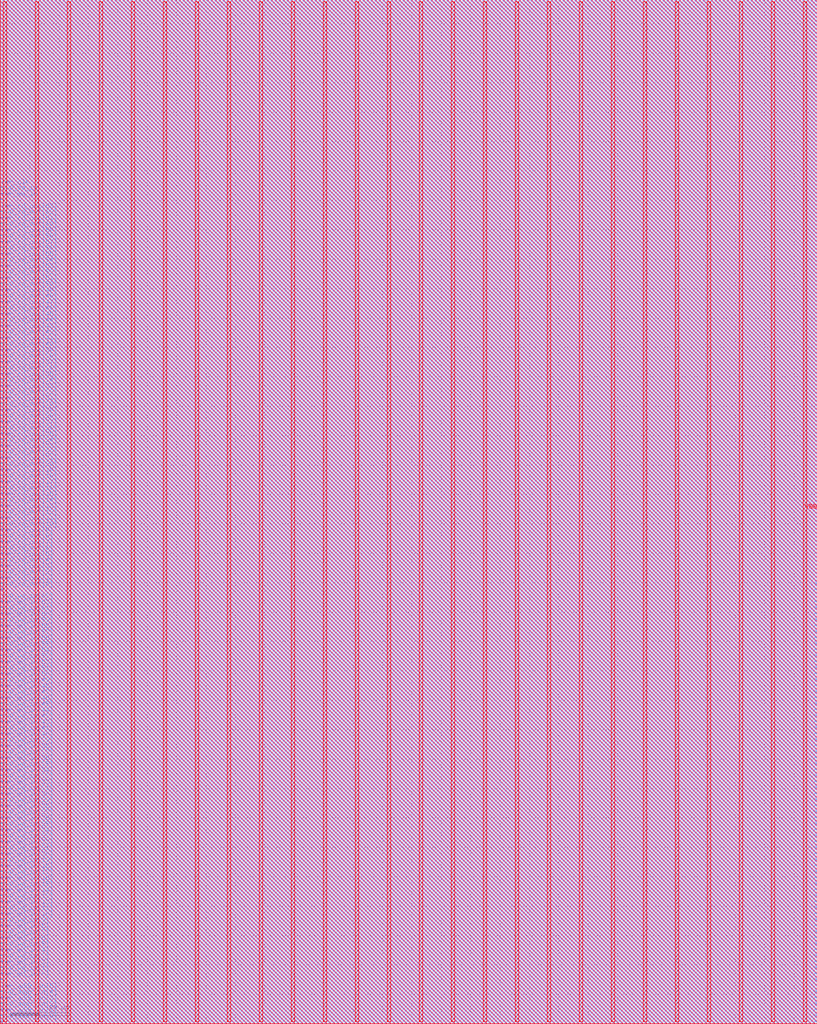
<source format=lef>
# Generated by FakeRAM 2.0
VERSION 5.7 ;
BUSBITCHARS "[]" ;
PROPERTYDEFINITIONS
  MACRO width INTEGER ;
  MACRO depth INTEGER ;
  MACRO banks INTEGER ;
END PROPERTYDEFINITIONS
MACRO liteeth_1rw1r_64w64d_sram
  PROPERTY width 64 ;
  PROPERTY depth 64 ;
  PROPERTY banks 1 ;
  FOREIGN liteeth_1rw1r_64w64d_sram 0 0 ;
  SYMMETRY X Y R90 ;
  SIZE 277.840 BY 348.160 ;
  CLASS BLOCK ;
  PIN r0_addr_in[0]
    DIRECTION INPUT ;
    USE SIGNAL ;
    SHAPE ABUTMENT ;
    PORT
      LAYER met3 ;
      RECT 277.040 0.680 277.840 0.980 ;
    END
  END r0_addr_in[0]
  PIN r0_addr_in[1]
    DIRECTION INPUT ;
    USE SIGNAL ;
    SHAPE ABUTMENT ;
    PORT
      LAYER met3 ;
      RECT 277.040 2.720 277.840 3.020 ;
    END
  END r0_addr_in[1]
  PIN r0_addr_in[2]
    DIRECTION INPUT ;
    USE SIGNAL ;
    SHAPE ABUTMENT ;
    PORT
      LAYER met3 ;
      RECT 277.040 4.760 277.840 5.060 ;
    END
  END r0_addr_in[2]
  PIN r0_addr_in[3]
    DIRECTION INPUT ;
    USE SIGNAL ;
    SHAPE ABUTMENT ;
    PORT
      LAYER met3 ;
      RECT 277.040 6.800 277.840 7.100 ;
    END
  END r0_addr_in[3]
  PIN r0_addr_in[4]
    DIRECTION INPUT ;
    USE SIGNAL ;
    SHAPE ABUTMENT ;
    PORT
      LAYER met3 ;
      RECT 277.040 8.840 277.840 9.140 ;
    END
  END r0_addr_in[4]
  PIN r0_addr_in[5]
    DIRECTION INPUT ;
    USE SIGNAL ;
    SHAPE ABUTMENT ;
    PORT
      LAYER met3 ;
      RECT 277.040 10.880 277.840 11.180 ;
    END
  END r0_addr_in[5]
  PIN r0_rd_out[0]
    DIRECTION OUTPUT ;
    USE SIGNAL ;
    SHAPE ABUTMENT ;
    PORT
      LAYER met3 ;
      RECT 277.040 14.960 277.840 15.260 ;
    END
  END r0_rd_out[0]
  PIN r0_rd_out[1]
    DIRECTION OUTPUT ;
    USE SIGNAL ;
    SHAPE ABUTMENT ;
    PORT
      LAYER met3 ;
      RECT 277.040 17.000 277.840 17.300 ;
    END
  END r0_rd_out[1]
  PIN r0_rd_out[2]
    DIRECTION OUTPUT ;
    USE SIGNAL ;
    SHAPE ABUTMENT ;
    PORT
      LAYER met3 ;
      RECT 277.040 19.040 277.840 19.340 ;
    END
  END r0_rd_out[2]
  PIN r0_rd_out[3]
    DIRECTION OUTPUT ;
    USE SIGNAL ;
    SHAPE ABUTMENT ;
    PORT
      LAYER met3 ;
      RECT 277.040 21.080 277.840 21.380 ;
    END
  END r0_rd_out[3]
  PIN r0_rd_out[4]
    DIRECTION OUTPUT ;
    USE SIGNAL ;
    SHAPE ABUTMENT ;
    PORT
      LAYER met3 ;
      RECT 277.040 23.120 277.840 23.420 ;
    END
  END r0_rd_out[4]
  PIN r0_rd_out[5]
    DIRECTION OUTPUT ;
    USE SIGNAL ;
    SHAPE ABUTMENT ;
    PORT
      LAYER met3 ;
      RECT 277.040 25.160 277.840 25.460 ;
    END
  END r0_rd_out[5]
  PIN r0_rd_out[6]
    DIRECTION OUTPUT ;
    USE SIGNAL ;
    SHAPE ABUTMENT ;
    PORT
      LAYER met3 ;
      RECT 277.040 27.200 277.840 27.500 ;
    END
  END r0_rd_out[6]
  PIN r0_rd_out[7]
    DIRECTION OUTPUT ;
    USE SIGNAL ;
    SHAPE ABUTMENT ;
    PORT
      LAYER met3 ;
      RECT 277.040 29.240 277.840 29.540 ;
    END
  END r0_rd_out[7]
  PIN r0_rd_out[8]
    DIRECTION OUTPUT ;
    USE SIGNAL ;
    SHAPE ABUTMENT ;
    PORT
      LAYER met3 ;
      RECT 277.040 31.280 277.840 31.580 ;
    END
  END r0_rd_out[8]
  PIN r0_rd_out[9]
    DIRECTION OUTPUT ;
    USE SIGNAL ;
    SHAPE ABUTMENT ;
    PORT
      LAYER met3 ;
      RECT 277.040 33.320 277.840 33.620 ;
    END
  END r0_rd_out[9]
  PIN r0_rd_out[10]
    DIRECTION OUTPUT ;
    USE SIGNAL ;
    SHAPE ABUTMENT ;
    PORT
      LAYER met3 ;
      RECT 277.040 35.360 277.840 35.660 ;
    END
  END r0_rd_out[10]
  PIN r0_rd_out[11]
    DIRECTION OUTPUT ;
    USE SIGNAL ;
    SHAPE ABUTMENT ;
    PORT
      LAYER met3 ;
      RECT 277.040 37.400 277.840 37.700 ;
    END
  END r0_rd_out[11]
  PIN r0_rd_out[12]
    DIRECTION OUTPUT ;
    USE SIGNAL ;
    SHAPE ABUTMENT ;
    PORT
      LAYER met3 ;
      RECT 277.040 39.440 277.840 39.740 ;
    END
  END r0_rd_out[12]
  PIN r0_rd_out[13]
    DIRECTION OUTPUT ;
    USE SIGNAL ;
    SHAPE ABUTMENT ;
    PORT
      LAYER met3 ;
      RECT 277.040 41.480 277.840 41.780 ;
    END
  END r0_rd_out[13]
  PIN r0_rd_out[14]
    DIRECTION OUTPUT ;
    USE SIGNAL ;
    SHAPE ABUTMENT ;
    PORT
      LAYER met3 ;
      RECT 277.040 43.520 277.840 43.820 ;
    END
  END r0_rd_out[14]
  PIN r0_rd_out[15]
    DIRECTION OUTPUT ;
    USE SIGNAL ;
    SHAPE ABUTMENT ;
    PORT
      LAYER met3 ;
      RECT 277.040 45.560 277.840 45.860 ;
    END
  END r0_rd_out[15]
  PIN r0_rd_out[16]
    DIRECTION OUTPUT ;
    USE SIGNAL ;
    SHAPE ABUTMENT ;
    PORT
      LAYER met3 ;
      RECT 277.040 47.600 277.840 47.900 ;
    END
  END r0_rd_out[16]
  PIN r0_rd_out[17]
    DIRECTION OUTPUT ;
    USE SIGNAL ;
    SHAPE ABUTMENT ;
    PORT
      LAYER met3 ;
      RECT 277.040 49.640 277.840 49.940 ;
    END
  END r0_rd_out[17]
  PIN r0_rd_out[18]
    DIRECTION OUTPUT ;
    USE SIGNAL ;
    SHAPE ABUTMENT ;
    PORT
      LAYER met3 ;
      RECT 277.040 51.680 277.840 51.980 ;
    END
  END r0_rd_out[18]
  PIN r0_rd_out[19]
    DIRECTION OUTPUT ;
    USE SIGNAL ;
    SHAPE ABUTMENT ;
    PORT
      LAYER met3 ;
      RECT 277.040 53.720 277.840 54.020 ;
    END
  END r0_rd_out[19]
  PIN r0_rd_out[20]
    DIRECTION OUTPUT ;
    USE SIGNAL ;
    SHAPE ABUTMENT ;
    PORT
      LAYER met3 ;
      RECT 277.040 55.760 277.840 56.060 ;
    END
  END r0_rd_out[20]
  PIN r0_rd_out[21]
    DIRECTION OUTPUT ;
    USE SIGNAL ;
    SHAPE ABUTMENT ;
    PORT
      LAYER met3 ;
      RECT 277.040 57.800 277.840 58.100 ;
    END
  END r0_rd_out[21]
  PIN r0_rd_out[22]
    DIRECTION OUTPUT ;
    USE SIGNAL ;
    SHAPE ABUTMENT ;
    PORT
      LAYER met3 ;
      RECT 277.040 59.840 277.840 60.140 ;
    END
  END r0_rd_out[22]
  PIN r0_rd_out[23]
    DIRECTION OUTPUT ;
    USE SIGNAL ;
    SHAPE ABUTMENT ;
    PORT
      LAYER met3 ;
      RECT 277.040 61.880 277.840 62.180 ;
    END
  END r0_rd_out[23]
  PIN r0_rd_out[24]
    DIRECTION OUTPUT ;
    USE SIGNAL ;
    SHAPE ABUTMENT ;
    PORT
      LAYER met3 ;
      RECT 277.040 63.920 277.840 64.220 ;
    END
  END r0_rd_out[24]
  PIN r0_rd_out[25]
    DIRECTION OUTPUT ;
    USE SIGNAL ;
    SHAPE ABUTMENT ;
    PORT
      LAYER met3 ;
      RECT 277.040 65.960 277.840 66.260 ;
    END
  END r0_rd_out[25]
  PIN r0_rd_out[26]
    DIRECTION OUTPUT ;
    USE SIGNAL ;
    SHAPE ABUTMENT ;
    PORT
      LAYER met3 ;
      RECT 277.040 68.000 277.840 68.300 ;
    END
  END r0_rd_out[26]
  PIN r0_rd_out[27]
    DIRECTION OUTPUT ;
    USE SIGNAL ;
    SHAPE ABUTMENT ;
    PORT
      LAYER met3 ;
      RECT 277.040 70.040 277.840 70.340 ;
    END
  END r0_rd_out[27]
  PIN r0_rd_out[28]
    DIRECTION OUTPUT ;
    USE SIGNAL ;
    SHAPE ABUTMENT ;
    PORT
      LAYER met3 ;
      RECT 277.040 72.080 277.840 72.380 ;
    END
  END r0_rd_out[28]
  PIN r0_rd_out[29]
    DIRECTION OUTPUT ;
    USE SIGNAL ;
    SHAPE ABUTMENT ;
    PORT
      LAYER met3 ;
      RECT 277.040 74.120 277.840 74.420 ;
    END
  END r0_rd_out[29]
  PIN r0_rd_out[30]
    DIRECTION OUTPUT ;
    USE SIGNAL ;
    SHAPE ABUTMENT ;
    PORT
      LAYER met3 ;
      RECT 277.040 76.160 277.840 76.460 ;
    END
  END r0_rd_out[30]
  PIN r0_rd_out[31]
    DIRECTION OUTPUT ;
    USE SIGNAL ;
    SHAPE ABUTMENT ;
    PORT
      LAYER met3 ;
      RECT 277.040 78.200 277.840 78.500 ;
    END
  END r0_rd_out[31]
  PIN r0_rd_out[32]
    DIRECTION OUTPUT ;
    USE SIGNAL ;
    SHAPE ABUTMENT ;
    PORT
      LAYER met3 ;
      RECT 277.040 80.240 277.840 80.540 ;
    END
  END r0_rd_out[32]
  PIN r0_rd_out[33]
    DIRECTION OUTPUT ;
    USE SIGNAL ;
    SHAPE ABUTMENT ;
    PORT
      LAYER met3 ;
      RECT 277.040 82.280 277.840 82.580 ;
    END
  END r0_rd_out[33]
  PIN r0_rd_out[34]
    DIRECTION OUTPUT ;
    USE SIGNAL ;
    SHAPE ABUTMENT ;
    PORT
      LAYER met3 ;
      RECT 277.040 84.320 277.840 84.620 ;
    END
  END r0_rd_out[34]
  PIN r0_rd_out[35]
    DIRECTION OUTPUT ;
    USE SIGNAL ;
    SHAPE ABUTMENT ;
    PORT
      LAYER met3 ;
      RECT 277.040 86.360 277.840 86.660 ;
    END
  END r0_rd_out[35]
  PIN r0_rd_out[36]
    DIRECTION OUTPUT ;
    USE SIGNAL ;
    SHAPE ABUTMENT ;
    PORT
      LAYER met3 ;
      RECT 277.040 88.400 277.840 88.700 ;
    END
  END r0_rd_out[36]
  PIN r0_rd_out[37]
    DIRECTION OUTPUT ;
    USE SIGNAL ;
    SHAPE ABUTMENT ;
    PORT
      LAYER met3 ;
      RECT 277.040 90.440 277.840 90.740 ;
    END
  END r0_rd_out[37]
  PIN r0_rd_out[38]
    DIRECTION OUTPUT ;
    USE SIGNAL ;
    SHAPE ABUTMENT ;
    PORT
      LAYER met3 ;
      RECT 277.040 92.480 277.840 92.780 ;
    END
  END r0_rd_out[38]
  PIN r0_rd_out[39]
    DIRECTION OUTPUT ;
    USE SIGNAL ;
    SHAPE ABUTMENT ;
    PORT
      LAYER met3 ;
      RECT 277.040 94.520 277.840 94.820 ;
    END
  END r0_rd_out[39]
  PIN r0_rd_out[40]
    DIRECTION OUTPUT ;
    USE SIGNAL ;
    SHAPE ABUTMENT ;
    PORT
      LAYER met3 ;
      RECT 277.040 96.560 277.840 96.860 ;
    END
  END r0_rd_out[40]
  PIN r0_rd_out[41]
    DIRECTION OUTPUT ;
    USE SIGNAL ;
    SHAPE ABUTMENT ;
    PORT
      LAYER met3 ;
      RECT 277.040 98.600 277.840 98.900 ;
    END
  END r0_rd_out[41]
  PIN r0_rd_out[42]
    DIRECTION OUTPUT ;
    USE SIGNAL ;
    SHAPE ABUTMENT ;
    PORT
      LAYER met3 ;
      RECT 277.040 100.640 277.840 100.940 ;
    END
  END r0_rd_out[42]
  PIN r0_rd_out[43]
    DIRECTION OUTPUT ;
    USE SIGNAL ;
    SHAPE ABUTMENT ;
    PORT
      LAYER met3 ;
      RECT 277.040 102.680 277.840 102.980 ;
    END
  END r0_rd_out[43]
  PIN r0_rd_out[44]
    DIRECTION OUTPUT ;
    USE SIGNAL ;
    SHAPE ABUTMENT ;
    PORT
      LAYER met3 ;
      RECT 277.040 104.720 277.840 105.020 ;
    END
  END r0_rd_out[44]
  PIN r0_rd_out[45]
    DIRECTION OUTPUT ;
    USE SIGNAL ;
    SHAPE ABUTMENT ;
    PORT
      LAYER met3 ;
      RECT 277.040 106.760 277.840 107.060 ;
    END
  END r0_rd_out[45]
  PIN r0_rd_out[46]
    DIRECTION OUTPUT ;
    USE SIGNAL ;
    SHAPE ABUTMENT ;
    PORT
      LAYER met3 ;
      RECT 277.040 108.800 277.840 109.100 ;
    END
  END r0_rd_out[46]
  PIN r0_rd_out[47]
    DIRECTION OUTPUT ;
    USE SIGNAL ;
    SHAPE ABUTMENT ;
    PORT
      LAYER met3 ;
      RECT 277.040 110.840 277.840 111.140 ;
    END
  END r0_rd_out[47]
  PIN r0_rd_out[48]
    DIRECTION OUTPUT ;
    USE SIGNAL ;
    SHAPE ABUTMENT ;
    PORT
      LAYER met3 ;
      RECT 277.040 112.880 277.840 113.180 ;
    END
  END r0_rd_out[48]
  PIN r0_rd_out[49]
    DIRECTION OUTPUT ;
    USE SIGNAL ;
    SHAPE ABUTMENT ;
    PORT
      LAYER met3 ;
      RECT 277.040 114.920 277.840 115.220 ;
    END
  END r0_rd_out[49]
  PIN r0_rd_out[50]
    DIRECTION OUTPUT ;
    USE SIGNAL ;
    SHAPE ABUTMENT ;
    PORT
      LAYER met3 ;
      RECT 277.040 116.960 277.840 117.260 ;
    END
  END r0_rd_out[50]
  PIN r0_rd_out[51]
    DIRECTION OUTPUT ;
    USE SIGNAL ;
    SHAPE ABUTMENT ;
    PORT
      LAYER met3 ;
      RECT 277.040 119.000 277.840 119.300 ;
    END
  END r0_rd_out[51]
  PIN r0_rd_out[52]
    DIRECTION OUTPUT ;
    USE SIGNAL ;
    SHAPE ABUTMENT ;
    PORT
      LAYER met3 ;
      RECT 277.040 121.040 277.840 121.340 ;
    END
  END r0_rd_out[52]
  PIN r0_rd_out[53]
    DIRECTION OUTPUT ;
    USE SIGNAL ;
    SHAPE ABUTMENT ;
    PORT
      LAYER met3 ;
      RECT 277.040 123.080 277.840 123.380 ;
    END
  END r0_rd_out[53]
  PIN r0_rd_out[54]
    DIRECTION OUTPUT ;
    USE SIGNAL ;
    SHAPE ABUTMENT ;
    PORT
      LAYER met3 ;
      RECT 277.040 125.120 277.840 125.420 ;
    END
  END r0_rd_out[54]
  PIN r0_rd_out[55]
    DIRECTION OUTPUT ;
    USE SIGNAL ;
    SHAPE ABUTMENT ;
    PORT
      LAYER met3 ;
      RECT 277.040 127.160 277.840 127.460 ;
    END
  END r0_rd_out[55]
  PIN r0_rd_out[56]
    DIRECTION OUTPUT ;
    USE SIGNAL ;
    SHAPE ABUTMENT ;
    PORT
      LAYER met3 ;
      RECT 277.040 129.200 277.840 129.500 ;
    END
  END r0_rd_out[56]
  PIN r0_rd_out[57]
    DIRECTION OUTPUT ;
    USE SIGNAL ;
    SHAPE ABUTMENT ;
    PORT
      LAYER met3 ;
      RECT 277.040 131.240 277.840 131.540 ;
    END
  END r0_rd_out[57]
  PIN r0_rd_out[58]
    DIRECTION OUTPUT ;
    USE SIGNAL ;
    SHAPE ABUTMENT ;
    PORT
      LAYER met3 ;
      RECT 277.040 133.280 277.840 133.580 ;
    END
  END r0_rd_out[58]
  PIN r0_rd_out[59]
    DIRECTION OUTPUT ;
    USE SIGNAL ;
    SHAPE ABUTMENT ;
    PORT
      LAYER met3 ;
      RECT 277.040 135.320 277.840 135.620 ;
    END
  END r0_rd_out[59]
  PIN r0_rd_out[60]
    DIRECTION OUTPUT ;
    USE SIGNAL ;
    SHAPE ABUTMENT ;
    PORT
      LAYER met3 ;
      RECT 277.040 137.360 277.840 137.660 ;
    END
  END r0_rd_out[60]
  PIN r0_rd_out[61]
    DIRECTION OUTPUT ;
    USE SIGNAL ;
    SHAPE ABUTMENT ;
    PORT
      LAYER met3 ;
      RECT 277.040 139.400 277.840 139.700 ;
    END
  END r0_rd_out[61]
  PIN r0_rd_out[62]
    DIRECTION OUTPUT ;
    USE SIGNAL ;
    SHAPE ABUTMENT ;
    PORT
      LAYER met3 ;
      RECT 277.040 141.440 277.840 141.740 ;
    END
  END r0_rd_out[62]
  PIN r0_rd_out[63]
    DIRECTION OUTPUT ;
    USE SIGNAL ;
    SHAPE ABUTMENT ;
    PORT
      LAYER met3 ;
      RECT 277.040 143.480 277.840 143.780 ;
    END
  END r0_rd_out[63]
  PIN r0_ce_in
    DIRECTION INPUT ;
    USE SIGNAL ;
    SHAPE ABUTMENT ;
    PORT
      LAYER met3 ;
      RECT 277.040 147.560 277.840 147.860 ;
    END
  END r0_ce_in
  PIN r0_clk
    DIRECTION INPUT ;
    USE SIGNAL ;
    SHAPE ABUTMENT ;
    PORT
      LAYER met3 ;
      RECT 277.040 149.600 277.840 149.900 ;
    END
  END r0_clk
  PIN rw0_addr_in[0]
    DIRECTION INPUT ;
    USE SIGNAL ;
    SHAPE ABUTMENT ;
    PORT
      LAYER met3 ;
      RECT 0.000 0.680 0.800 0.980 ;
    END
  END rw0_addr_in[0]
  PIN rw0_addr_in[1]
    DIRECTION INPUT ;
    USE SIGNAL ;
    SHAPE ABUTMENT ;
    PORT
      LAYER met3 ;
      RECT 0.000 2.720 0.800 3.020 ;
    END
  END rw0_addr_in[1]
  PIN rw0_addr_in[2]
    DIRECTION INPUT ;
    USE SIGNAL ;
    SHAPE ABUTMENT ;
    PORT
      LAYER met3 ;
      RECT 0.000 4.760 0.800 5.060 ;
    END
  END rw0_addr_in[2]
  PIN rw0_addr_in[3]
    DIRECTION INPUT ;
    USE SIGNAL ;
    SHAPE ABUTMENT ;
    PORT
      LAYER met3 ;
      RECT 0.000 6.800 0.800 7.100 ;
    END
  END rw0_addr_in[3]
  PIN rw0_addr_in[4]
    DIRECTION INPUT ;
    USE SIGNAL ;
    SHAPE ABUTMENT ;
    PORT
      LAYER met3 ;
      RECT 0.000 8.840 0.800 9.140 ;
    END
  END rw0_addr_in[4]
  PIN rw0_addr_in[5]
    DIRECTION INPUT ;
    USE SIGNAL ;
    SHAPE ABUTMENT ;
    PORT
      LAYER met3 ;
      RECT 0.000 10.880 0.800 11.180 ;
    END
  END rw0_addr_in[5]
  PIN rw0_wd_in[0]
    DIRECTION INPUT ;
    USE SIGNAL ;
    SHAPE ABUTMENT ;
    PORT
      LAYER met3 ;
      RECT 0.000 14.960 0.800 15.260 ;
    END
  END rw0_wd_in[0]
  PIN rw0_wd_in[1]
    DIRECTION INPUT ;
    USE SIGNAL ;
    SHAPE ABUTMENT ;
    PORT
      LAYER met3 ;
      RECT 0.000 17.000 0.800 17.300 ;
    END
  END rw0_wd_in[1]
  PIN rw0_wd_in[2]
    DIRECTION INPUT ;
    USE SIGNAL ;
    SHAPE ABUTMENT ;
    PORT
      LAYER met3 ;
      RECT 0.000 19.040 0.800 19.340 ;
    END
  END rw0_wd_in[2]
  PIN rw0_wd_in[3]
    DIRECTION INPUT ;
    USE SIGNAL ;
    SHAPE ABUTMENT ;
    PORT
      LAYER met3 ;
      RECT 0.000 21.080 0.800 21.380 ;
    END
  END rw0_wd_in[3]
  PIN rw0_wd_in[4]
    DIRECTION INPUT ;
    USE SIGNAL ;
    SHAPE ABUTMENT ;
    PORT
      LAYER met3 ;
      RECT 0.000 23.120 0.800 23.420 ;
    END
  END rw0_wd_in[4]
  PIN rw0_wd_in[5]
    DIRECTION INPUT ;
    USE SIGNAL ;
    SHAPE ABUTMENT ;
    PORT
      LAYER met3 ;
      RECT 0.000 25.160 0.800 25.460 ;
    END
  END rw0_wd_in[5]
  PIN rw0_wd_in[6]
    DIRECTION INPUT ;
    USE SIGNAL ;
    SHAPE ABUTMENT ;
    PORT
      LAYER met3 ;
      RECT 0.000 27.200 0.800 27.500 ;
    END
  END rw0_wd_in[6]
  PIN rw0_wd_in[7]
    DIRECTION INPUT ;
    USE SIGNAL ;
    SHAPE ABUTMENT ;
    PORT
      LAYER met3 ;
      RECT 0.000 29.240 0.800 29.540 ;
    END
  END rw0_wd_in[7]
  PIN rw0_wd_in[8]
    DIRECTION INPUT ;
    USE SIGNAL ;
    SHAPE ABUTMENT ;
    PORT
      LAYER met3 ;
      RECT 0.000 31.280 0.800 31.580 ;
    END
  END rw0_wd_in[8]
  PIN rw0_wd_in[9]
    DIRECTION INPUT ;
    USE SIGNAL ;
    SHAPE ABUTMENT ;
    PORT
      LAYER met3 ;
      RECT 0.000 33.320 0.800 33.620 ;
    END
  END rw0_wd_in[9]
  PIN rw0_wd_in[10]
    DIRECTION INPUT ;
    USE SIGNAL ;
    SHAPE ABUTMENT ;
    PORT
      LAYER met3 ;
      RECT 0.000 35.360 0.800 35.660 ;
    END
  END rw0_wd_in[10]
  PIN rw0_wd_in[11]
    DIRECTION INPUT ;
    USE SIGNAL ;
    SHAPE ABUTMENT ;
    PORT
      LAYER met3 ;
      RECT 0.000 37.400 0.800 37.700 ;
    END
  END rw0_wd_in[11]
  PIN rw0_wd_in[12]
    DIRECTION INPUT ;
    USE SIGNAL ;
    SHAPE ABUTMENT ;
    PORT
      LAYER met3 ;
      RECT 0.000 39.440 0.800 39.740 ;
    END
  END rw0_wd_in[12]
  PIN rw0_wd_in[13]
    DIRECTION INPUT ;
    USE SIGNAL ;
    SHAPE ABUTMENT ;
    PORT
      LAYER met3 ;
      RECT 0.000 41.480 0.800 41.780 ;
    END
  END rw0_wd_in[13]
  PIN rw0_wd_in[14]
    DIRECTION INPUT ;
    USE SIGNAL ;
    SHAPE ABUTMENT ;
    PORT
      LAYER met3 ;
      RECT 0.000 43.520 0.800 43.820 ;
    END
  END rw0_wd_in[14]
  PIN rw0_wd_in[15]
    DIRECTION INPUT ;
    USE SIGNAL ;
    SHAPE ABUTMENT ;
    PORT
      LAYER met3 ;
      RECT 0.000 45.560 0.800 45.860 ;
    END
  END rw0_wd_in[15]
  PIN rw0_wd_in[16]
    DIRECTION INPUT ;
    USE SIGNAL ;
    SHAPE ABUTMENT ;
    PORT
      LAYER met3 ;
      RECT 0.000 47.600 0.800 47.900 ;
    END
  END rw0_wd_in[16]
  PIN rw0_wd_in[17]
    DIRECTION INPUT ;
    USE SIGNAL ;
    SHAPE ABUTMENT ;
    PORT
      LAYER met3 ;
      RECT 0.000 49.640 0.800 49.940 ;
    END
  END rw0_wd_in[17]
  PIN rw0_wd_in[18]
    DIRECTION INPUT ;
    USE SIGNAL ;
    SHAPE ABUTMENT ;
    PORT
      LAYER met3 ;
      RECT 0.000 51.680 0.800 51.980 ;
    END
  END rw0_wd_in[18]
  PIN rw0_wd_in[19]
    DIRECTION INPUT ;
    USE SIGNAL ;
    SHAPE ABUTMENT ;
    PORT
      LAYER met3 ;
      RECT 0.000 53.720 0.800 54.020 ;
    END
  END rw0_wd_in[19]
  PIN rw0_wd_in[20]
    DIRECTION INPUT ;
    USE SIGNAL ;
    SHAPE ABUTMENT ;
    PORT
      LAYER met3 ;
      RECT 0.000 55.760 0.800 56.060 ;
    END
  END rw0_wd_in[20]
  PIN rw0_wd_in[21]
    DIRECTION INPUT ;
    USE SIGNAL ;
    SHAPE ABUTMENT ;
    PORT
      LAYER met3 ;
      RECT 0.000 57.800 0.800 58.100 ;
    END
  END rw0_wd_in[21]
  PIN rw0_wd_in[22]
    DIRECTION INPUT ;
    USE SIGNAL ;
    SHAPE ABUTMENT ;
    PORT
      LAYER met3 ;
      RECT 0.000 59.840 0.800 60.140 ;
    END
  END rw0_wd_in[22]
  PIN rw0_wd_in[23]
    DIRECTION INPUT ;
    USE SIGNAL ;
    SHAPE ABUTMENT ;
    PORT
      LAYER met3 ;
      RECT 0.000 61.880 0.800 62.180 ;
    END
  END rw0_wd_in[23]
  PIN rw0_wd_in[24]
    DIRECTION INPUT ;
    USE SIGNAL ;
    SHAPE ABUTMENT ;
    PORT
      LAYER met3 ;
      RECT 0.000 63.920 0.800 64.220 ;
    END
  END rw0_wd_in[24]
  PIN rw0_wd_in[25]
    DIRECTION INPUT ;
    USE SIGNAL ;
    SHAPE ABUTMENT ;
    PORT
      LAYER met3 ;
      RECT 0.000 65.960 0.800 66.260 ;
    END
  END rw0_wd_in[25]
  PIN rw0_wd_in[26]
    DIRECTION INPUT ;
    USE SIGNAL ;
    SHAPE ABUTMENT ;
    PORT
      LAYER met3 ;
      RECT 0.000 68.000 0.800 68.300 ;
    END
  END rw0_wd_in[26]
  PIN rw0_wd_in[27]
    DIRECTION INPUT ;
    USE SIGNAL ;
    SHAPE ABUTMENT ;
    PORT
      LAYER met3 ;
      RECT 0.000 70.040 0.800 70.340 ;
    END
  END rw0_wd_in[27]
  PIN rw0_wd_in[28]
    DIRECTION INPUT ;
    USE SIGNAL ;
    SHAPE ABUTMENT ;
    PORT
      LAYER met3 ;
      RECT 0.000 72.080 0.800 72.380 ;
    END
  END rw0_wd_in[28]
  PIN rw0_wd_in[29]
    DIRECTION INPUT ;
    USE SIGNAL ;
    SHAPE ABUTMENT ;
    PORT
      LAYER met3 ;
      RECT 0.000 74.120 0.800 74.420 ;
    END
  END rw0_wd_in[29]
  PIN rw0_wd_in[30]
    DIRECTION INPUT ;
    USE SIGNAL ;
    SHAPE ABUTMENT ;
    PORT
      LAYER met3 ;
      RECT 0.000 76.160 0.800 76.460 ;
    END
  END rw0_wd_in[30]
  PIN rw0_wd_in[31]
    DIRECTION INPUT ;
    USE SIGNAL ;
    SHAPE ABUTMENT ;
    PORT
      LAYER met3 ;
      RECT 0.000 78.200 0.800 78.500 ;
    END
  END rw0_wd_in[31]
  PIN rw0_wd_in[32]
    DIRECTION INPUT ;
    USE SIGNAL ;
    SHAPE ABUTMENT ;
    PORT
      LAYER met3 ;
      RECT 0.000 80.240 0.800 80.540 ;
    END
  END rw0_wd_in[32]
  PIN rw0_wd_in[33]
    DIRECTION INPUT ;
    USE SIGNAL ;
    SHAPE ABUTMENT ;
    PORT
      LAYER met3 ;
      RECT 0.000 82.280 0.800 82.580 ;
    END
  END rw0_wd_in[33]
  PIN rw0_wd_in[34]
    DIRECTION INPUT ;
    USE SIGNAL ;
    SHAPE ABUTMENT ;
    PORT
      LAYER met3 ;
      RECT 0.000 84.320 0.800 84.620 ;
    END
  END rw0_wd_in[34]
  PIN rw0_wd_in[35]
    DIRECTION INPUT ;
    USE SIGNAL ;
    SHAPE ABUTMENT ;
    PORT
      LAYER met3 ;
      RECT 0.000 86.360 0.800 86.660 ;
    END
  END rw0_wd_in[35]
  PIN rw0_wd_in[36]
    DIRECTION INPUT ;
    USE SIGNAL ;
    SHAPE ABUTMENT ;
    PORT
      LAYER met3 ;
      RECT 0.000 88.400 0.800 88.700 ;
    END
  END rw0_wd_in[36]
  PIN rw0_wd_in[37]
    DIRECTION INPUT ;
    USE SIGNAL ;
    SHAPE ABUTMENT ;
    PORT
      LAYER met3 ;
      RECT 0.000 90.440 0.800 90.740 ;
    END
  END rw0_wd_in[37]
  PIN rw0_wd_in[38]
    DIRECTION INPUT ;
    USE SIGNAL ;
    SHAPE ABUTMENT ;
    PORT
      LAYER met3 ;
      RECT 0.000 92.480 0.800 92.780 ;
    END
  END rw0_wd_in[38]
  PIN rw0_wd_in[39]
    DIRECTION INPUT ;
    USE SIGNAL ;
    SHAPE ABUTMENT ;
    PORT
      LAYER met3 ;
      RECT 0.000 94.520 0.800 94.820 ;
    END
  END rw0_wd_in[39]
  PIN rw0_wd_in[40]
    DIRECTION INPUT ;
    USE SIGNAL ;
    SHAPE ABUTMENT ;
    PORT
      LAYER met3 ;
      RECT 0.000 96.560 0.800 96.860 ;
    END
  END rw0_wd_in[40]
  PIN rw0_wd_in[41]
    DIRECTION INPUT ;
    USE SIGNAL ;
    SHAPE ABUTMENT ;
    PORT
      LAYER met3 ;
      RECT 0.000 98.600 0.800 98.900 ;
    END
  END rw0_wd_in[41]
  PIN rw0_wd_in[42]
    DIRECTION INPUT ;
    USE SIGNAL ;
    SHAPE ABUTMENT ;
    PORT
      LAYER met3 ;
      RECT 0.000 100.640 0.800 100.940 ;
    END
  END rw0_wd_in[42]
  PIN rw0_wd_in[43]
    DIRECTION INPUT ;
    USE SIGNAL ;
    SHAPE ABUTMENT ;
    PORT
      LAYER met3 ;
      RECT 0.000 102.680 0.800 102.980 ;
    END
  END rw0_wd_in[43]
  PIN rw0_wd_in[44]
    DIRECTION INPUT ;
    USE SIGNAL ;
    SHAPE ABUTMENT ;
    PORT
      LAYER met3 ;
      RECT 0.000 104.720 0.800 105.020 ;
    END
  END rw0_wd_in[44]
  PIN rw0_wd_in[45]
    DIRECTION INPUT ;
    USE SIGNAL ;
    SHAPE ABUTMENT ;
    PORT
      LAYER met3 ;
      RECT 0.000 106.760 0.800 107.060 ;
    END
  END rw0_wd_in[45]
  PIN rw0_wd_in[46]
    DIRECTION INPUT ;
    USE SIGNAL ;
    SHAPE ABUTMENT ;
    PORT
      LAYER met3 ;
      RECT 0.000 108.800 0.800 109.100 ;
    END
  END rw0_wd_in[46]
  PIN rw0_wd_in[47]
    DIRECTION INPUT ;
    USE SIGNAL ;
    SHAPE ABUTMENT ;
    PORT
      LAYER met3 ;
      RECT 0.000 110.840 0.800 111.140 ;
    END
  END rw0_wd_in[47]
  PIN rw0_wd_in[48]
    DIRECTION INPUT ;
    USE SIGNAL ;
    SHAPE ABUTMENT ;
    PORT
      LAYER met3 ;
      RECT 0.000 112.880 0.800 113.180 ;
    END
  END rw0_wd_in[48]
  PIN rw0_wd_in[49]
    DIRECTION INPUT ;
    USE SIGNAL ;
    SHAPE ABUTMENT ;
    PORT
      LAYER met3 ;
      RECT 0.000 114.920 0.800 115.220 ;
    END
  END rw0_wd_in[49]
  PIN rw0_wd_in[50]
    DIRECTION INPUT ;
    USE SIGNAL ;
    SHAPE ABUTMENT ;
    PORT
      LAYER met3 ;
      RECT 0.000 116.960 0.800 117.260 ;
    END
  END rw0_wd_in[50]
  PIN rw0_wd_in[51]
    DIRECTION INPUT ;
    USE SIGNAL ;
    SHAPE ABUTMENT ;
    PORT
      LAYER met3 ;
      RECT 0.000 119.000 0.800 119.300 ;
    END
  END rw0_wd_in[51]
  PIN rw0_wd_in[52]
    DIRECTION INPUT ;
    USE SIGNAL ;
    SHAPE ABUTMENT ;
    PORT
      LAYER met3 ;
      RECT 0.000 121.040 0.800 121.340 ;
    END
  END rw0_wd_in[52]
  PIN rw0_wd_in[53]
    DIRECTION INPUT ;
    USE SIGNAL ;
    SHAPE ABUTMENT ;
    PORT
      LAYER met3 ;
      RECT 0.000 123.080 0.800 123.380 ;
    END
  END rw0_wd_in[53]
  PIN rw0_wd_in[54]
    DIRECTION INPUT ;
    USE SIGNAL ;
    SHAPE ABUTMENT ;
    PORT
      LAYER met3 ;
      RECT 0.000 125.120 0.800 125.420 ;
    END
  END rw0_wd_in[54]
  PIN rw0_wd_in[55]
    DIRECTION INPUT ;
    USE SIGNAL ;
    SHAPE ABUTMENT ;
    PORT
      LAYER met3 ;
      RECT 0.000 127.160 0.800 127.460 ;
    END
  END rw0_wd_in[55]
  PIN rw0_wd_in[56]
    DIRECTION INPUT ;
    USE SIGNAL ;
    SHAPE ABUTMENT ;
    PORT
      LAYER met3 ;
      RECT 0.000 129.200 0.800 129.500 ;
    END
  END rw0_wd_in[56]
  PIN rw0_wd_in[57]
    DIRECTION INPUT ;
    USE SIGNAL ;
    SHAPE ABUTMENT ;
    PORT
      LAYER met3 ;
      RECT 0.000 131.240 0.800 131.540 ;
    END
  END rw0_wd_in[57]
  PIN rw0_wd_in[58]
    DIRECTION INPUT ;
    USE SIGNAL ;
    SHAPE ABUTMENT ;
    PORT
      LAYER met3 ;
      RECT 0.000 133.280 0.800 133.580 ;
    END
  END rw0_wd_in[58]
  PIN rw0_wd_in[59]
    DIRECTION INPUT ;
    USE SIGNAL ;
    SHAPE ABUTMENT ;
    PORT
      LAYER met3 ;
      RECT 0.000 135.320 0.800 135.620 ;
    END
  END rw0_wd_in[59]
  PIN rw0_wd_in[60]
    DIRECTION INPUT ;
    USE SIGNAL ;
    SHAPE ABUTMENT ;
    PORT
      LAYER met3 ;
      RECT 0.000 137.360 0.800 137.660 ;
    END
  END rw0_wd_in[60]
  PIN rw0_wd_in[61]
    DIRECTION INPUT ;
    USE SIGNAL ;
    SHAPE ABUTMENT ;
    PORT
      LAYER met3 ;
      RECT 0.000 139.400 0.800 139.700 ;
    END
  END rw0_wd_in[61]
  PIN rw0_wd_in[62]
    DIRECTION INPUT ;
    USE SIGNAL ;
    SHAPE ABUTMENT ;
    PORT
      LAYER met3 ;
      RECT 0.000 141.440 0.800 141.740 ;
    END
  END rw0_wd_in[62]
  PIN rw0_wd_in[63]
    DIRECTION INPUT ;
    USE SIGNAL ;
    SHAPE ABUTMENT ;
    PORT
      LAYER met3 ;
      RECT 0.000 143.480 0.800 143.780 ;
    END
  END rw0_wd_in[63]
  PIN rw0_rd_out[0]
    DIRECTION OUTPUT ;
    USE SIGNAL ;
    SHAPE ABUTMENT ;
    PORT
      LAYER met3 ;
      RECT 0.000 147.560 0.800 147.860 ;
    END
  END rw0_rd_out[0]
  PIN rw0_rd_out[1]
    DIRECTION OUTPUT ;
    USE SIGNAL ;
    SHAPE ABUTMENT ;
    PORT
      LAYER met3 ;
      RECT 0.000 149.600 0.800 149.900 ;
    END
  END rw0_rd_out[1]
  PIN rw0_rd_out[2]
    DIRECTION OUTPUT ;
    USE SIGNAL ;
    SHAPE ABUTMENT ;
    PORT
      LAYER met3 ;
      RECT 0.000 151.640 0.800 151.940 ;
    END
  END rw0_rd_out[2]
  PIN rw0_rd_out[3]
    DIRECTION OUTPUT ;
    USE SIGNAL ;
    SHAPE ABUTMENT ;
    PORT
      LAYER met3 ;
      RECT 0.000 153.680 0.800 153.980 ;
    END
  END rw0_rd_out[3]
  PIN rw0_rd_out[4]
    DIRECTION OUTPUT ;
    USE SIGNAL ;
    SHAPE ABUTMENT ;
    PORT
      LAYER met3 ;
      RECT 0.000 155.720 0.800 156.020 ;
    END
  END rw0_rd_out[4]
  PIN rw0_rd_out[5]
    DIRECTION OUTPUT ;
    USE SIGNAL ;
    SHAPE ABUTMENT ;
    PORT
      LAYER met3 ;
      RECT 0.000 157.760 0.800 158.060 ;
    END
  END rw0_rd_out[5]
  PIN rw0_rd_out[6]
    DIRECTION OUTPUT ;
    USE SIGNAL ;
    SHAPE ABUTMENT ;
    PORT
      LAYER met3 ;
      RECT 0.000 159.800 0.800 160.100 ;
    END
  END rw0_rd_out[6]
  PIN rw0_rd_out[7]
    DIRECTION OUTPUT ;
    USE SIGNAL ;
    SHAPE ABUTMENT ;
    PORT
      LAYER met3 ;
      RECT 0.000 161.840 0.800 162.140 ;
    END
  END rw0_rd_out[7]
  PIN rw0_rd_out[8]
    DIRECTION OUTPUT ;
    USE SIGNAL ;
    SHAPE ABUTMENT ;
    PORT
      LAYER met3 ;
      RECT 0.000 163.880 0.800 164.180 ;
    END
  END rw0_rd_out[8]
  PIN rw0_rd_out[9]
    DIRECTION OUTPUT ;
    USE SIGNAL ;
    SHAPE ABUTMENT ;
    PORT
      LAYER met3 ;
      RECT 0.000 165.920 0.800 166.220 ;
    END
  END rw0_rd_out[9]
  PIN rw0_rd_out[10]
    DIRECTION OUTPUT ;
    USE SIGNAL ;
    SHAPE ABUTMENT ;
    PORT
      LAYER met3 ;
      RECT 0.000 167.960 0.800 168.260 ;
    END
  END rw0_rd_out[10]
  PIN rw0_rd_out[11]
    DIRECTION OUTPUT ;
    USE SIGNAL ;
    SHAPE ABUTMENT ;
    PORT
      LAYER met3 ;
      RECT 0.000 170.000 0.800 170.300 ;
    END
  END rw0_rd_out[11]
  PIN rw0_rd_out[12]
    DIRECTION OUTPUT ;
    USE SIGNAL ;
    SHAPE ABUTMENT ;
    PORT
      LAYER met3 ;
      RECT 0.000 172.040 0.800 172.340 ;
    END
  END rw0_rd_out[12]
  PIN rw0_rd_out[13]
    DIRECTION OUTPUT ;
    USE SIGNAL ;
    SHAPE ABUTMENT ;
    PORT
      LAYER met3 ;
      RECT 0.000 174.080 0.800 174.380 ;
    END
  END rw0_rd_out[13]
  PIN rw0_rd_out[14]
    DIRECTION OUTPUT ;
    USE SIGNAL ;
    SHAPE ABUTMENT ;
    PORT
      LAYER met3 ;
      RECT 0.000 176.120 0.800 176.420 ;
    END
  END rw0_rd_out[14]
  PIN rw0_rd_out[15]
    DIRECTION OUTPUT ;
    USE SIGNAL ;
    SHAPE ABUTMENT ;
    PORT
      LAYER met3 ;
      RECT 0.000 178.160 0.800 178.460 ;
    END
  END rw0_rd_out[15]
  PIN rw0_rd_out[16]
    DIRECTION OUTPUT ;
    USE SIGNAL ;
    SHAPE ABUTMENT ;
    PORT
      LAYER met3 ;
      RECT 0.000 180.200 0.800 180.500 ;
    END
  END rw0_rd_out[16]
  PIN rw0_rd_out[17]
    DIRECTION OUTPUT ;
    USE SIGNAL ;
    SHAPE ABUTMENT ;
    PORT
      LAYER met3 ;
      RECT 0.000 182.240 0.800 182.540 ;
    END
  END rw0_rd_out[17]
  PIN rw0_rd_out[18]
    DIRECTION OUTPUT ;
    USE SIGNAL ;
    SHAPE ABUTMENT ;
    PORT
      LAYER met3 ;
      RECT 0.000 184.280 0.800 184.580 ;
    END
  END rw0_rd_out[18]
  PIN rw0_rd_out[19]
    DIRECTION OUTPUT ;
    USE SIGNAL ;
    SHAPE ABUTMENT ;
    PORT
      LAYER met3 ;
      RECT 0.000 186.320 0.800 186.620 ;
    END
  END rw0_rd_out[19]
  PIN rw0_rd_out[20]
    DIRECTION OUTPUT ;
    USE SIGNAL ;
    SHAPE ABUTMENT ;
    PORT
      LAYER met3 ;
      RECT 0.000 188.360 0.800 188.660 ;
    END
  END rw0_rd_out[20]
  PIN rw0_rd_out[21]
    DIRECTION OUTPUT ;
    USE SIGNAL ;
    SHAPE ABUTMENT ;
    PORT
      LAYER met3 ;
      RECT 0.000 190.400 0.800 190.700 ;
    END
  END rw0_rd_out[21]
  PIN rw0_rd_out[22]
    DIRECTION OUTPUT ;
    USE SIGNAL ;
    SHAPE ABUTMENT ;
    PORT
      LAYER met3 ;
      RECT 0.000 192.440 0.800 192.740 ;
    END
  END rw0_rd_out[22]
  PIN rw0_rd_out[23]
    DIRECTION OUTPUT ;
    USE SIGNAL ;
    SHAPE ABUTMENT ;
    PORT
      LAYER met3 ;
      RECT 0.000 194.480 0.800 194.780 ;
    END
  END rw0_rd_out[23]
  PIN rw0_rd_out[24]
    DIRECTION OUTPUT ;
    USE SIGNAL ;
    SHAPE ABUTMENT ;
    PORT
      LAYER met3 ;
      RECT 0.000 196.520 0.800 196.820 ;
    END
  END rw0_rd_out[24]
  PIN rw0_rd_out[25]
    DIRECTION OUTPUT ;
    USE SIGNAL ;
    SHAPE ABUTMENT ;
    PORT
      LAYER met3 ;
      RECT 0.000 198.560 0.800 198.860 ;
    END
  END rw0_rd_out[25]
  PIN rw0_rd_out[26]
    DIRECTION OUTPUT ;
    USE SIGNAL ;
    SHAPE ABUTMENT ;
    PORT
      LAYER met3 ;
      RECT 0.000 200.600 0.800 200.900 ;
    END
  END rw0_rd_out[26]
  PIN rw0_rd_out[27]
    DIRECTION OUTPUT ;
    USE SIGNAL ;
    SHAPE ABUTMENT ;
    PORT
      LAYER met3 ;
      RECT 0.000 202.640 0.800 202.940 ;
    END
  END rw0_rd_out[27]
  PIN rw0_rd_out[28]
    DIRECTION OUTPUT ;
    USE SIGNAL ;
    SHAPE ABUTMENT ;
    PORT
      LAYER met3 ;
      RECT 0.000 204.680 0.800 204.980 ;
    END
  END rw0_rd_out[28]
  PIN rw0_rd_out[29]
    DIRECTION OUTPUT ;
    USE SIGNAL ;
    SHAPE ABUTMENT ;
    PORT
      LAYER met3 ;
      RECT 0.000 206.720 0.800 207.020 ;
    END
  END rw0_rd_out[29]
  PIN rw0_rd_out[30]
    DIRECTION OUTPUT ;
    USE SIGNAL ;
    SHAPE ABUTMENT ;
    PORT
      LAYER met3 ;
      RECT 0.000 208.760 0.800 209.060 ;
    END
  END rw0_rd_out[30]
  PIN rw0_rd_out[31]
    DIRECTION OUTPUT ;
    USE SIGNAL ;
    SHAPE ABUTMENT ;
    PORT
      LAYER met3 ;
      RECT 0.000 210.800 0.800 211.100 ;
    END
  END rw0_rd_out[31]
  PIN rw0_rd_out[32]
    DIRECTION OUTPUT ;
    USE SIGNAL ;
    SHAPE ABUTMENT ;
    PORT
      LAYER met3 ;
      RECT 0.000 212.840 0.800 213.140 ;
    END
  END rw0_rd_out[32]
  PIN rw0_rd_out[33]
    DIRECTION OUTPUT ;
    USE SIGNAL ;
    SHAPE ABUTMENT ;
    PORT
      LAYER met3 ;
      RECT 0.000 214.880 0.800 215.180 ;
    END
  END rw0_rd_out[33]
  PIN rw0_rd_out[34]
    DIRECTION OUTPUT ;
    USE SIGNAL ;
    SHAPE ABUTMENT ;
    PORT
      LAYER met3 ;
      RECT 0.000 216.920 0.800 217.220 ;
    END
  END rw0_rd_out[34]
  PIN rw0_rd_out[35]
    DIRECTION OUTPUT ;
    USE SIGNAL ;
    SHAPE ABUTMENT ;
    PORT
      LAYER met3 ;
      RECT 0.000 218.960 0.800 219.260 ;
    END
  END rw0_rd_out[35]
  PIN rw0_rd_out[36]
    DIRECTION OUTPUT ;
    USE SIGNAL ;
    SHAPE ABUTMENT ;
    PORT
      LAYER met3 ;
      RECT 0.000 221.000 0.800 221.300 ;
    END
  END rw0_rd_out[36]
  PIN rw0_rd_out[37]
    DIRECTION OUTPUT ;
    USE SIGNAL ;
    SHAPE ABUTMENT ;
    PORT
      LAYER met3 ;
      RECT 0.000 223.040 0.800 223.340 ;
    END
  END rw0_rd_out[37]
  PIN rw0_rd_out[38]
    DIRECTION OUTPUT ;
    USE SIGNAL ;
    SHAPE ABUTMENT ;
    PORT
      LAYER met3 ;
      RECT 0.000 225.080 0.800 225.380 ;
    END
  END rw0_rd_out[38]
  PIN rw0_rd_out[39]
    DIRECTION OUTPUT ;
    USE SIGNAL ;
    SHAPE ABUTMENT ;
    PORT
      LAYER met3 ;
      RECT 0.000 227.120 0.800 227.420 ;
    END
  END rw0_rd_out[39]
  PIN rw0_rd_out[40]
    DIRECTION OUTPUT ;
    USE SIGNAL ;
    SHAPE ABUTMENT ;
    PORT
      LAYER met3 ;
      RECT 0.000 229.160 0.800 229.460 ;
    END
  END rw0_rd_out[40]
  PIN rw0_rd_out[41]
    DIRECTION OUTPUT ;
    USE SIGNAL ;
    SHAPE ABUTMENT ;
    PORT
      LAYER met3 ;
      RECT 0.000 231.200 0.800 231.500 ;
    END
  END rw0_rd_out[41]
  PIN rw0_rd_out[42]
    DIRECTION OUTPUT ;
    USE SIGNAL ;
    SHAPE ABUTMENT ;
    PORT
      LAYER met3 ;
      RECT 0.000 233.240 0.800 233.540 ;
    END
  END rw0_rd_out[42]
  PIN rw0_rd_out[43]
    DIRECTION OUTPUT ;
    USE SIGNAL ;
    SHAPE ABUTMENT ;
    PORT
      LAYER met3 ;
      RECT 0.000 235.280 0.800 235.580 ;
    END
  END rw0_rd_out[43]
  PIN rw0_rd_out[44]
    DIRECTION OUTPUT ;
    USE SIGNAL ;
    SHAPE ABUTMENT ;
    PORT
      LAYER met3 ;
      RECT 0.000 237.320 0.800 237.620 ;
    END
  END rw0_rd_out[44]
  PIN rw0_rd_out[45]
    DIRECTION OUTPUT ;
    USE SIGNAL ;
    SHAPE ABUTMENT ;
    PORT
      LAYER met3 ;
      RECT 0.000 239.360 0.800 239.660 ;
    END
  END rw0_rd_out[45]
  PIN rw0_rd_out[46]
    DIRECTION OUTPUT ;
    USE SIGNAL ;
    SHAPE ABUTMENT ;
    PORT
      LAYER met3 ;
      RECT 0.000 241.400 0.800 241.700 ;
    END
  END rw0_rd_out[46]
  PIN rw0_rd_out[47]
    DIRECTION OUTPUT ;
    USE SIGNAL ;
    SHAPE ABUTMENT ;
    PORT
      LAYER met3 ;
      RECT 0.000 243.440 0.800 243.740 ;
    END
  END rw0_rd_out[47]
  PIN rw0_rd_out[48]
    DIRECTION OUTPUT ;
    USE SIGNAL ;
    SHAPE ABUTMENT ;
    PORT
      LAYER met3 ;
      RECT 0.000 245.480 0.800 245.780 ;
    END
  END rw0_rd_out[48]
  PIN rw0_rd_out[49]
    DIRECTION OUTPUT ;
    USE SIGNAL ;
    SHAPE ABUTMENT ;
    PORT
      LAYER met3 ;
      RECT 0.000 247.520 0.800 247.820 ;
    END
  END rw0_rd_out[49]
  PIN rw0_rd_out[50]
    DIRECTION OUTPUT ;
    USE SIGNAL ;
    SHAPE ABUTMENT ;
    PORT
      LAYER met3 ;
      RECT 0.000 249.560 0.800 249.860 ;
    END
  END rw0_rd_out[50]
  PIN rw0_rd_out[51]
    DIRECTION OUTPUT ;
    USE SIGNAL ;
    SHAPE ABUTMENT ;
    PORT
      LAYER met3 ;
      RECT 0.000 251.600 0.800 251.900 ;
    END
  END rw0_rd_out[51]
  PIN rw0_rd_out[52]
    DIRECTION OUTPUT ;
    USE SIGNAL ;
    SHAPE ABUTMENT ;
    PORT
      LAYER met3 ;
      RECT 0.000 253.640 0.800 253.940 ;
    END
  END rw0_rd_out[52]
  PIN rw0_rd_out[53]
    DIRECTION OUTPUT ;
    USE SIGNAL ;
    SHAPE ABUTMENT ;
    PORT
      LAYER met3 ;
      RECT 0.000 255.680 0.800 255.980 ;
    END
  END rw0_rd_out[53]
  PIN rw0_rd_out[54]
    DIRECTION OUTPUT ;
    USE SIGNAL ;
    SHAPE ABUTMENT ;
    PORT
      LAYER met3 ;
      RECT 0.000 257.720 0.800 258.020 ;
    END
  END rw0_rd_out[54]
  PIN rw0_rd_out[55]
    DIRECTION OUTPUT ;
    USE SIGNAL ;
    SHAPE ABUTMENT ;
    PORT
      LAYER met3 ;
      RECT 0.000 259.760 0.800 260.060 ;
    END
  END rw0_rd_out[55]
  PIN rw0_rd_out[56]
    DIRECTION OUTPUT ;
    USE SIGNAL ;
    SHAPE ABUTMENT ;
    PORT
      LAYER met3 ;
      RECT 0.000 261.800 0.800 262.100 ;
    END
  END rw0_rd_out[56]
  PIN rw0_rd_out[57]
    DIRECTION OUTPUT ;
    USE SIGNAL ;
    SHAPE ABUTMENT ;
    PORT
      LAYER met3 ;
      RECT 0.000 263.840 0.800 264.140 ;
    END
  END rw0_rd_out[57]
  PIN rw0_rd_out[58]
    DIRECTION OUTPUT ;
    USE SIGNAL ;
    SHAPE ABUTMENT ;
    PORT
      LAYER met3 ;
      RECT 0.000 265.880 0.800 266.180 ;
    END
  END rw0_rd_out[58]
  PIN rw0_rd_out[59]
    DIRECTION OUTPUT ;
    USE SIGNAL ;
    SHAPE ABUTMENT ;
    PORT
      LAYER met3 ;
      RECT 0.000 267.920 0.800 268.220 ;
    END
  END rw0_rd_out[59]
  PIN rw0_rd_out[60]
    DIRECTION OUTPUT ;
    USE SIGNAL ;
    SHAPE ABUTMENT ;
    PORT
      LAYER met3 ;
      RECT 0.000 269.960 0.800 270.260 ;
    END
  END rw0_rd_out[60]
  PIN rw0_rd_out[61]
    DIRECTION OUTPUT ;
    USE SIGNAL ;
    SHAPE ABUTMENT ;
    PORT
      LAYER met3 ;
      RECT 0.000 272.000 0.800 272.300 ;
    END
  END rw0_rd_out[61]
  PIN rw0_rd_out[62]
    DIRECTION OUTPUT ;
    USE SIGNAL ;
    SHAPE ABUTMENT ;
    PORT
      LAYER met3 ;
      RECT 0.000 274.040 0.800 274.340 ;
    END
  END rw0_rd_out[62]
  PIN rw0_rd_out[63]
    DIRECTION OUTPUT ;
    USE SIGNAL ;
    SHAPE ABUTMENT ;
    PORT
      LAYER met3 ;
      RECT 0.000 276.080 0.800 276.380 ;
    END
  END rw0_rd_out[63]
  PIN rw0_we_in
    DIRECTION INPUT ;
    USE SIGNAL ;
    SHAPE ABUTMENT ;
    PORT
      LAYER met3 ;
      RECT 0.000 280.160 0.800 280.460 ;
    END
  END rw0_we_in
  PIN rw0_ce_in
    DIRECTION INPUT ;
    USE SIGNAL ;
    SHAPE ABUTMENT ;
    PORT
      LAYER met3 ;
      RECT 0.000 282.200 0.800 282.500 ;
    END
  END rw0_ce_in
  PIN rw0_clk
    DIRECTION INPUT ;
    USE SIGNAL ;
    SHAPE ABUTMENT ;
    PORT
      LAYER met3 ;
      RECT 0.000 284.240 0.800 284.540 ;
    END
  END rw0_clk
  PIN VSS
    DIRECTION INOUT ;
    USE GROUND ;
    PORT
      LAYER met4 ;
      RECT 1.060 0.680 2.260 347.480 ;
      RECT 11.940 0.680 13.140 347.480 ;
      RECT 22.820 0.680 24.020 347.480 ;
      RECT 33.700 0.680 34.900 347.480 ;
      RECT 44.580 0.680 45.780 347.480 ;
      RECT 55.460 0.680 56.660 347.480 ;
      RECT 66.340 0.680 67.540 347.480 ;
      RECT 77.220 0.680 78.420 347.480 ;
      RECT 88.100 0.680 89.300 347.480 ;
      RECT 98.980 0.680 100.180 347.480 ;
      RECT 109.860 0.680 111.060 347.480 ;
      RECT 120.740 0.680 121.940 347.480 ;
      RECT 131.620 0.680 132.820 347.480 ;
      RECT 142.500 0.680 143.700 347.480 ;
      RECT 153.380 0.680 154.580 347.480 ;
      RECT 164.260 0.680 165.460 347.480 ;
      RECT 175.140 0.680 176.340 347.480 ;
      RECT 186.020 0.680 187.220 347.480 ;
      RECT 196.900 0.680 198.100 347.480 ;
      RECT 207.780 0.680 208.980 347.480 ;
      RECT 218.660 0.680 219.860 347.480 ;
      RECT 229.540 0.680 230.740 347.480 ;
      RECT 240.420 0.680 241.620 347.480 ;
      RECT 251.300 0.680 252.500 347.480 ;
      RECT 262.180 0.680 263.380 347.480 ;
      RECT 273.060 0.680 274.260 347.480 ;
    END
  END VSS
  PIN VDD
    DIRECTION INOUT ;
    USE POWER ;
    PORT
      LAYER met4 ;
      RECT 1.060 0.680 2.260 347.480 ;
      RECT 11.940 0.680 13.140 347.480 ;
      RECT 22.820 0.680 24.020 347.480 ;
      RECT 33.700 0.680 34.900 347.480 ;
      RECT 44.580 0.680 45.780 347.480 ;
      RECT 55.460 0.680 56.660 347.480 ;
      RECT 66.340 0.680 67.540 347.480 ;
      RECT 77.220 0.680 78.420 347.480 ;
      RECT 88.100 0.680 89.300 347.480 ;
      RECT 98.980 0.680 100.180 347.480 ;
      RECT 109.860 0.680 111.060 347.480 ;
      RECT 120.740 0.680 121.940 347.480 ;
      RECT 131.620 0.680 132.820 347.480 ;
      RECT 142.500 0.680 143.700 347.480 ;
      RECT 153.380 0.680 154.580 347.480 ;
      RECT 164.260 0.680 165.460 347.480 ;
      RECT 175.140 0.680 176.340 347.480 ;
      RECT 186.020 0.680 187.220 347.480 ;
      RECT 196.900 0.680 198.100 347.480 ;
      RECT 207.780 0.680 208.980 347.480 ;
      RECT 218.660 0.680 219.860 347.480 ;
      RECT 229.540 0.680 230.740 347.480 ;
      RECT 240.420 0.680 241.620 347.480 ;
      RECT 251.300 0.680 252.500 347.480 ;
      RECT 262.180 0.680 263.380 347.480 ;
      RECT 273.060 0.680 274.260 347.480 ;
    END
  END VDD
  OBS
    LAYER met1 ;
    RECT 0 0 277.840 348.160 ;
    LAYER met2 ;
    RECT 0 0 277.840 348.160 ;
    LAYER met3 ;
    RECT 0 0 277.840 348.160 ;
    LAYER met4 ;
    RECT 0 0 277.840 348.160 ;
    LAYER OVERLAP ;
    RECT 0 0 277.840 348.160 ;
  END
END liteeth_1rw1r_64w64d_sram

END LIBRARY

</source>
